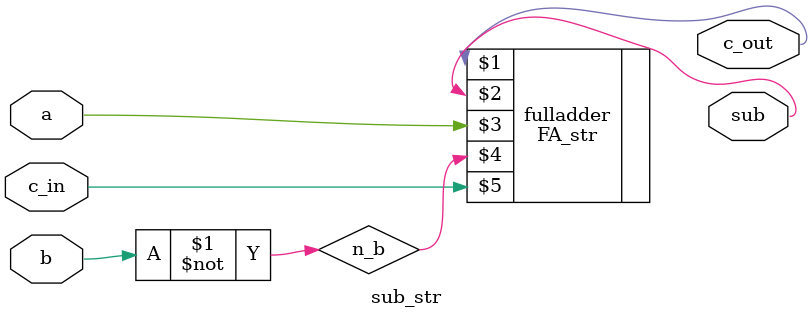
<source format=v>
`timescale 1ns / 1ps


module sub_str(output c_out, output sub, input a, input b, input c_in);
    wire n_b;
    
    not not_b(n_b, b);
    FA_str fulladder(c_out, sub, a, n_b, c_in);  
    
endmodule

</source>
